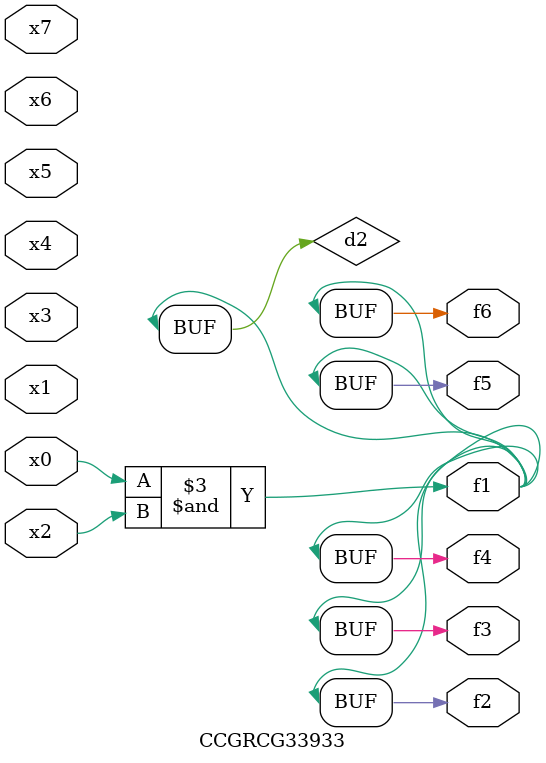
<source format=v>
module CCGRCG33933(
	input x0, x1, x2, x3, x4, x5, x6, x7,
	output f1, f2, f3, f4, f5, f6
);

	wire d1, d2;

	nor (d1, x3, x6);
	and (d2, x0, x2);
	assign f1 = d2;
	assign f2 = d2;
	assign f3 = d2;
	assign f4 = d2;
	assign f5 = d2;
	assign f6 = d2;
endmodule

</source>
